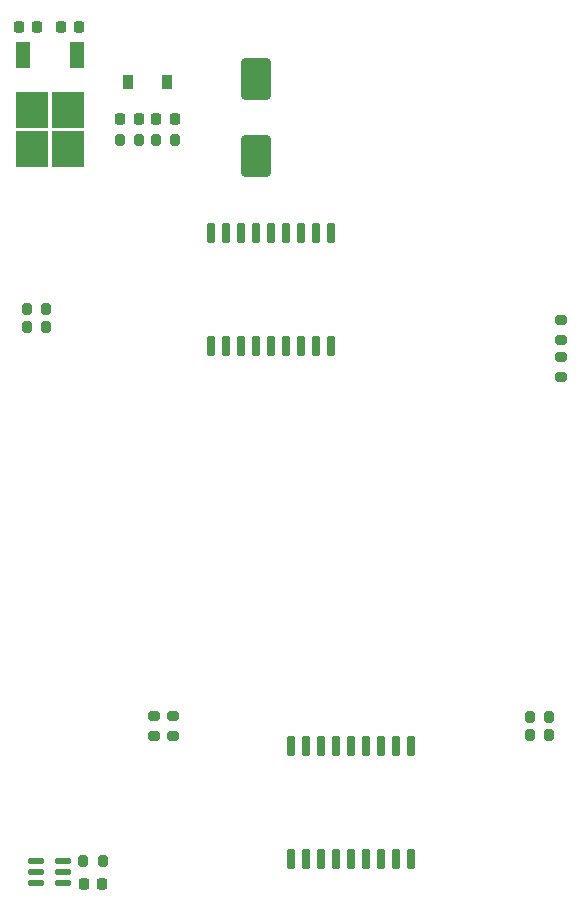
<source format=gtp>
G04 #@! TF.GenerationSoftware,KiCad,Pcbnew,6.0.7+dfsg-1build1*
G04 #@! TF.CreationDate,2023-03-30T21:09:48-07:00*
G04 #@! TF.ProjectId,moduleDriver,6d6f6475-6c65-4447-9269-7665722e6b69,rev?*
G04 #@! TF.SameCoordinates,Original*
G04 #@! TF.FileFunction,Paste,Top*
G04 #@! TF.FilePolarity,Positive*
%FSLAX46Y46*%
G04 Gerber Fmt 4.6, Leading zero omitted, Abs format (unit mm)*
G04 Created by KiCad (PCBNEW 6.0.7+dfsg-1build1) date 2023-03-30 21:09:48*
%MOMM*%
%LPD*%
G01*
G04 APERTURE LIST*
G04 Aperture macros list*
%AMRoundRect*
0 Rectangle with rounded corners*
0 $1 Rounding radius*
0 $2 $3 $4 $5 $6 $7 $8 $9 X,Y pos of 4 corners*
0 Add a 4 corners polygon primitive as box body*
4,1,4,$2,$3,$4,$5,$6,$7,$8,$9,$2,$3,0*
0 Add four circle primitives for the rounded corners*
1,1,$1+$1,$2,$3*
1,1,$1+$1,$4,$5*
1,1,$1+$1,$6,$7*
1,1,$1+$1,$8,$9*
0 Add four rect primitives between the rounded corners*
20,1,$1+$1,$2,$3,$4,$5,0*
20,1,$1+$1,$4,$5,$6,$7,0*
20,1,$1+$1,$6,$7,$8,$9,0*
20,1,$1+$1,$8,$9,$2,$3,0*%
G04 Aperture macros list end*
%ADD10RoundRect,0.150000X0.150000X-0.725000X0.150000X0.725000X-0.150000X0.725000X-0.150000X-0.725000X0*%
%ADD11RoundRect,0.200000X-0.275000X0.200000X-0.275000X-0.200000X0.275000X-0.200000X0.275000X0.200000X0*%
%ADD12RoundRect,0.200000X0.200000X0.275000X-0.200000X0.275000X-0.200000X-0.275000X0.200000X-0.275000X0*%
%ADD13RoundRect,0.200000X0.275000X-0.200000X0.275000X0.200000X-0.275000X0.200000X-0.275000X-0.200000X0*%
%ADD14RoundRect,0.225000X-0.225000X-0.250000X0.225000X-0.250000X0.225000X0.250000X-0.225000X0.250000X0*%
%ADD15R,0.900000X1.200000*%
%ADD16RoundRect,0.250000X-1.000000X1.500000X-1.000000X-1.500000X1.000000X-1.500000X1.000000X1.500000X0*%
%ADD17RoundRect,0.218750X0.218750X0.256250X-0.218750X0.256250X-0.218750X-0.256250X0.218750X-0.256250X0*%
%ADD18RoundRect,0.125000X-0.587500X-0.125000X0.587500X-0.125000X0.587500X0.125000X-0.587500X0.125000X0*%
%ADD19R,2.750000X3.050000*%
%ADD20R,1.200000X2.200000*%
%ADD21RoundRect,0.200000X-0.200000X-0.275000X0.200000X-0.275000X0.200000X0.275000X-0.200000X0.275000X0*%
%ADD22RoundRect,0.150000X-0.150000X0.725000X-0.150000X-0.725000X0.150000X-0.725000X0.150000X0.725000X0*%
%ADD23RoundRect,0.225000X0.225000X0.250000X-0.225000X0.250000X-0.225000X-0.250000X0.225000X-0.250000X0*%
G04 APERTURE END LIST*
D10*
X108204250Y-81048750D03*
X109474250Y-81048750D03*
X110744250Y-81048750D03*
X112014250Y-81048750D03*
X113284250Y-81048750D03*
X114554250Y-81048750D03*
X115824250Y-81048750D03*
X117094250Y-81048750D03*
X118364250Y-81048750D03*
X118364250Y-71498750D03*
X117094250Y-71498750D03*
X115824250Y-71498750D03*
X114554250Y-71498750D03*
X113284250Y-71498750D03*
X112014250Y-71498750D03*
X110744250Y-71498750D03*
X109474250Y-71498750D03*
X108204250Y-71498750D03*
D11*
X137871200Y-78917800D03*
X137871200Y-80567800D03*
D12*
X105219000Y-63601600D03*
X103569000Y-63601600D03*
D13*
X105054400Y-114058200D03*
X105054400Y-112408200D03*
D11*
X137871200Y-82043000D03*
X137871200Y-83693000D03*
D12*
X94297000Y-79502000D03*
X92647000Y-79502000D03*
D14*
X91985800Y-54051200D03*
X93535800Y-54051200D03*
D15*
X101220000Y-58724800D03*
X104520000Y-58724800D03*
D16*
X112045500Y-58472000D03*
X112045500Y-64972000D03*
D17*
X105181500Y-61823600D03*
X103606500Y-61823600D03*
D18*
X93452100Y-124683200D03*
X93452100Y-125633200D03*
X93452100Y-126583200D03*
X95727100Y-126583200D03*
X95727100Y-125633200D03*
X95727100Y-124683200D03*
D13*
X103428800Y-114058200D03*
X103428800Y-112408200D03*
D12*
X94297000Y-77978000D03*
X92647000Y-77978000D03*
X102171000Y-63601600D03*
X100521000Y-63601600D03*
D19*
X93037500Y-61063000D03*
X96087500Y-61063000D03*
X93037500Y-64413000D03*
X96087500Y-64413000D03*
D20*
X96842500Y-56438000D03*
X92282500Y-56438000D03*
D21*
X97422200Y-124663200D03*
X99072200Y-124663200D03*
X135231500Y-114046000D03*
X136881500Y-114046000D03*
D22*
X125159000Y-114976250D03*
X123889000Y-114976250D03*
X122619000Y-114976250D03*
X121349000Y-114976250D03*
X120079000Y-114976250D03*
X118809000Y-114976250D03*
X117539000Y-114976250D03*
X116269000Y-114976250D03*
X114999000Y-114976250D03*
X114999000Y-124526250D03*
X116269000Y-124526250D03*
X117539000Y-124526250D03*
X118809000Y-124526250D03*
X120079000Y-124526250D03*
X121349000Y-124526250D03*
X122619000Y-124526250D03*
X123889000Y-124526250D03*
X125159000Y-124526250D03*
D23*
X99022200Y-126603200D03*
X97472200Y-126603200D03*
D17*
X102133500Y-61823600D03*
X100558500Y-61823600D03*
D21*
X135231500Y-112531250D03*
X136881500Y-112531250D03*
D23*
X97041000Y-54051200D03*
X95491000Y-54051200D03*
M02*

</source>
